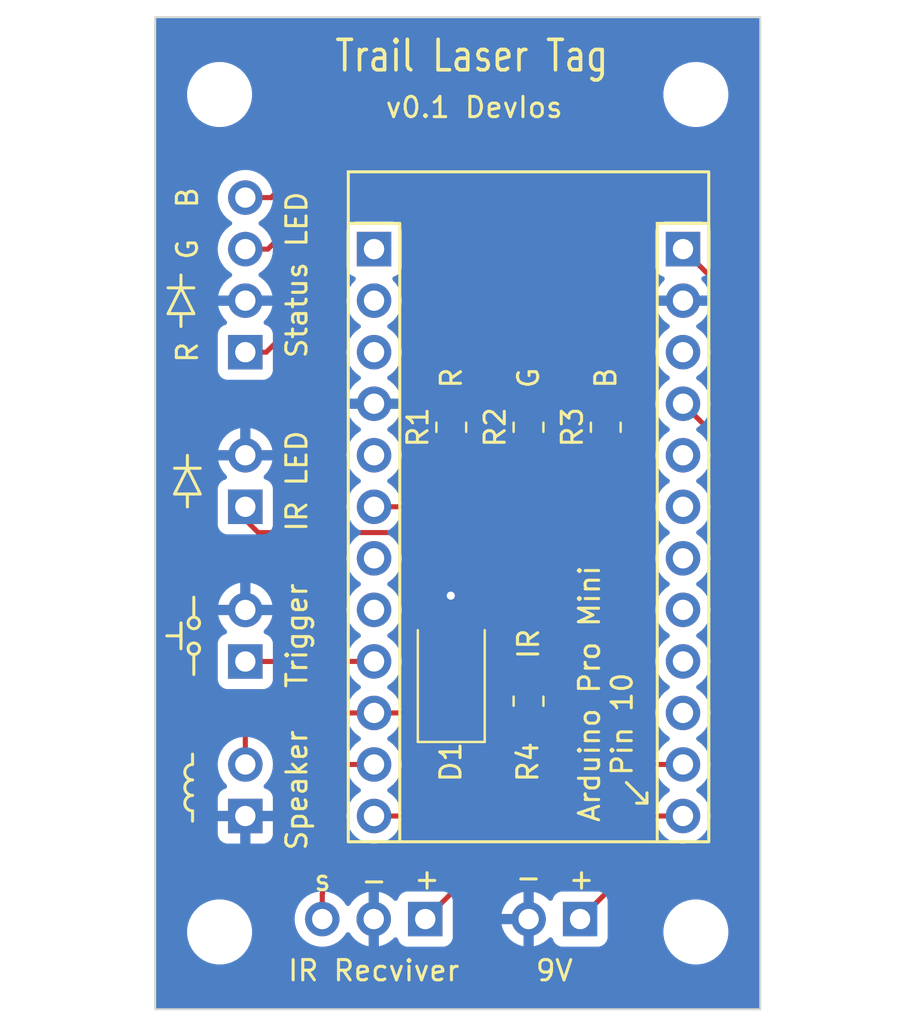
<source format=kicad_pcb>
(kicad_pcb (version 20240108) (generator "pcbnew") (generator_version "8.0")
  (layers (0 "F.Cu" signal) (31 "B.Cu" signal) (34 "B.Paste" user) (35 "F.Paste" user) (36 "B.SilkS" user "B.Silkscreen") (37 "F.SilkS" user "F.Silkscreen") (38 "B.Mask" user) (39 "F.Mask" user) (44 "Edge.Cuts" user))
  (net 0 "")
  (net 1 "GND")
  (net 2 "Net-(J3-3-PWM)")
  (net 3 "Net-(J7-Pin_1)")
  (net 4 "Net-(J2-10-PWM)")
  (net 5 "Net-(J7-Pin_3)")
  (net 6 "Net-(J2-11-PWM)")
  (net 7 "Net-(J7-Pin_4)")
  (net 8 "Net-(J6-Pin_1)")
  (net 9 "Net-(J3-9-PWM)")
  (net 10 "Net-(D1-K)")
  (net 14 "Net-(J1-Pin_1)")
  (net 19 "Net-(J2-VCC)")
  (net 20 "Net-(J3-8)")
  (net 24 "Net-(J3-6-PWM)")
  (footprint "Connector_PinHeader_2.54mm:PinHeader_1x02_P2.54mm_Vertical" (layer "F.Cu") (at 138.435 97.155 -90)
    (property "Reference" "J1" (hide yes))
    (property "Value" "9V" (at 2.54 1.27 0) (layer "F.SilkS"))
    (pad "1" thru_hole rect (at 0 0 270) (size 1.7 1.7) (drill 1) (layers "*.Cu" "*.Mask") (net 14 "Net-(J1-Pin_1)"))
    (pad "2" thru_hole oval (at 0 2.54 270) (size 1.7 1.7) (drill 1) (layers "*.Cu" "*.Mask") (net 1 "GND"))
  )
  (footprint "MountingHole:MountingHole_2.7mm_M2.5" (layer "F.Cu") (at 144.145 56.515)
    (property "Reference" "REF**" (hide yes))
    (property "Value" "MountingHole_2.7mm_M2.5")
    (pad "" np_thru_hole circle (at 0 0) (size 2.7 2.7) (drill 2.7) (layers "*.Cu" "*.Mask"))
  )
  (footprint "Diode_SMD:D_SMA" (layer "F.Cu") (at 132.08 84.915 90)
    (property "Reference" "D1" (at -4.5 -0.025 90) (layer "F.SilkS"))
    (property "Value" "SS14" (hide yes))
    (fp_line (start -3.51 -1.65) (end 2 -1.65) (stroke (width 0.12)) (layer "F.SilkS"))
    (fp_line (start -3.51 -1.65) (end -3.51 1.65) (stroke (width 0.12)) (layer "F.SilkS"))
    (fp_line (start -3.51 1.65) (end 2 1.65) (stroke (width 0.12)) (layer "F.SilkS"))
    (pad "1" smd roundrect (at -2 0 90) (size 2.5 1.8) (layers "F.Cu" "F.Paste" "F.Mask") (roundrect_rratio 0.1388888889) (net 10 "Net-(D1-K)"))
    (pad "2" smd roundrect (at 2 0 90) (size 2.5 1.8) (layers "F.Cu" "F.Paste" "F.Mask") (roundrect_rratio 0.1388888889) (net 1 "GND"))
  )
  (footprint "MountingHole:MountingHole_2.7mm_M2.5" (layer "F.Cu") (at 144.145 97.79)
    (property "Reference" "REF**" (hide yes))
    (property "Value" "MountingHole_2.7mm_M2.5")
    (pad "" np_thru_hole circle (at 0 0) (size 2.7 2.7) (drill 2.7) (layers "*.Cu" "*.Mask"))
  )
  (footprint "Connector_PinSocket_2.54mm:PinSocket_1x12_P2.54mm_Vertical" (layer "F.Cu") (at 128.27 64.135)
    (property "Reference" "J3" (hide yes))
    (property "Value" "Conn_01x12_Female" (hide yes))
    (pad "1" thru_hole rect (at 0 0) (size 1.7 1.7) (drill 1) (layers "*.Cu" "*.Mask"))
    (pad "2" thru_hole oval (at 0 2.54) (size 1.7 1.7) (drill 1) (layers "*.Cu" "*.Mask"))
    (pad "3" thru_hole oval (at 0 5.08) (size 1.7 1.7) (drill 1) (layers "*.Cu" "*.Mask"))
    (pad "4" thru_hole oval (at 0 7.62) (size 1.7 1.7) (drill 1) (layers "*.Cu" "*.Mask") (net 1 "GND"))
    (pad "5" thru_hole oval (at 0 10.16) (size 1.7 1.7) (drill 1) (layers "*.Cu" "*.Mask"))
    (pad "6" thru_hole oval (at 0 12.7) (size 1.7 1.7) (drill 1) (layers "*.Cu" "*.Mask") (net 2 "Net-(J3-3-PWM)"))
    (pad "7" thru_hole oval (at 0 15.24) (size 1.7 1.7) (drill 1) (layers "*.Cu" "*.Mask"))
    (pad "8" thru_hole oval (at 0 17.78) (size 1.7 1.7) (drill 1) (layers "*.Cu" "*.Mask"))
    (pad "9" thru_hole oval (at 0 20.32) (size 1.7 1.7) (drill 1) (layers "*.Cu" "*.Mask") (net 24 "Net-(J3-6-PWM)"))
    (pad "10" thru_hole oval (at 0 22.86) (size 1.7 1.7) (drill 1) (layers "*.Cu" "*.Mask") (net 10 "Net-(D1-K)"))
    (pad "11" thru_hole oval (at 0 25.4) (size 1.7 1.7) (drill 1) (layers "*.Cu" "*.Mask") (net 20 "Net-(J3-8)"))
    (pad "12" thru_hole oval (at 0 27.94) (size 1.7 1.7) (drill 1) (layers "*.Cu" "*.Mask") (net 9 "Net-(J3-9-PWM)"))
  )
  (footprint "Connector_PinHeader_2.54mm:PinHeader_1x02_P2.54mm_Vertical" (layer "F.Cu") (at 121.92 92.075 180)
    (property "Reference" "J9" (hide yes))
    (property "Value" "Speaker" (at -2.54 1.27 90) (layer "F.SilkS"))
    (pad "1" thru_hole rect (at 0 0 180) (size 1.7 1.7) (drill 1) (layers "*.Cu" "*.Mask") (net 1 "GND"))
    (pad "2" thru_hole oval (at 0 2.54 180) (size 1.7 1.7) (drill 1) (layers "*.Cu" "*.Mask") (net 10 "Net-(D1-K)"))
  )
  (footprint "Connector_PinHeader_2.54mm:PinHeader_1x04_P2.54mm_Vertical" (layer "F.Cu") (at 121.92 69.215 180)
    (property "Reference" "J7" (hide yes))
    (property "Value" "Status LED" (at -2.54 3.81 90) (layer "F.SilkS"))
    (pad "1" thru_hole rect (at 0 0 180) (size 1.7 1.7) (drill 1) (layers "*.Cu" "*.Mask") (net 3 "Net-(J7-Pin_1)"))
    (pad "2" thru_hole oval (at 0 2.54 180) (size 1.7 1.7) (drill 1) (layers "*.Cu" "*.Mask") (net 1 "GND"))
    (pad "3" thru_hole oval (at 0 5.08 180) (size 1.7 1.7) (drill 1) (layers "*.Cu" "*.Mask") (net 5 "Net-(J7-Pin_3)"))
    (pad "4" thru_hole oval (at 0 7.62 180) (size 1.7 1.7) (drill 1) (layers "*.Cu" "*.Mask") (net 7 "Net-(J7-Pin_4)"))
  )
  (footprint "Resistor_SMD:R_0805_2012Metric" (layer "F.Cu") (at 132.08 72.915 90)
    (property "Reference" "R1" (at 0 -1.65 90) (layer "F.SilkS"))
    (property "Value" "1k" (hide yes))
    (fp_line (start -0.227064 -0.735) (end 0.227064 -0.735) (stroke (width 0.12)) (layer "F.SilkS"))
    (fp_line (start -0.227064 0.735) (end 0.227064 0.735) (stroke (width 0.12)) (layer "F.SilkS"))
    (pad "1" smd roundrect (at -0.9125 0 90) (size 1.025 1.4) (layers "F.Cu" "F.Paste" "F.Mask") (roundrect_rratio 0.243902) (net 2 "Net-(J3-3-PWM)"))
    (pad "2" smd roundrect (at 0.9125 0 90) (size 1.025 1.4) (layers "F.Cu" "F.Paste" "F.Mask") (roundrect_rratio 0.243902) (net 3 "Net-(J7-Pin_1)"))
  )
  (footprint "Connector_PinHeader_2.54mm:PinHeader_1x03_P2.54mm_Vertical" (layer "F.Cu") (at 130.795 97.155 -90)
    (property "Reference" "J4" (hide yes))
    (property "Value" "IR Recviver" (at 2.54 2.54 0) (layer "F.SilkS"))
    (pad "1" thru_hole rect (at 0 0 270) (size 1.7 1.7) (drill 1) (layers "*.Cu" "*.Mask") (net 19 "Net-(J2-VCC)"))
    (pad "2" thru_hole oval (at 0 2.54 270) (size 1.7 1.7) (drill 1) (layers "*.Cu" "*.Mask") (net 1 "GND"))
    (pad "3" thru_hole oval (at 0 5.08 270) (size 1.7 1.7) (drill 1) (layers "*.Cu" "*.Mask") (net 20 "Net-(J3-8)"))
  )
  (footprint "Resistor_SMD:R_0805_2012Metric" (layer "F.Cu") (at 135.89 72.915 90)
    (property "Reference" "R2" (at 0 -1.65 90) (layer "F.SilkS"))
    (property "Value" "1k" (hide yes))
    (fp_line (start -0.227064 -0.735) (end 0.227064 -0.735) (stroke (width 0.12)) (layer "F.SilkS"))
    (fp_line (start -0.227064 0.735) (end 0.227064 0.735) (stroke (width 0.12)) (layer "F.SilkS"))
    (pad "1" smd roundrect (at -0.9125 0 90) (size 1.025 1.4) (layers "F.Cu" "F.Paste" "F.Mask") (roundrect_rratio 0.243902) (net 4 "Net-(J2-10-PWM)"))
    (pad "2" smd roundrect (at 0.9125 0 90) (size 1.025 1.4) (layers "F.Cu" "F.Paste" "F.Mask") (roundrect_rratio 0.243902) (net 5 "Net-(J7-Pin_3)"))
  )
  (footprint "MountingHole:MountingHole_2.7mm_M2.5" (layer "F.Cu") (at 120.65 56.515)
    (property "Reference" "REF**" (hide yes))
    (property "Value" "MountingHole_2.7mm_M2.5")
    (pad "" np_thru_hole circle (at 0 0) (size 2.7 2.7) (drill 2.7) (layers "*.Cu" "*.Mask"))
  )
  (footprint "Resistor_SMD:R_0805_2012Metric" (layer "F.Cu") (at 139.7 72.915 90)
    (property "Reference" "R3" (at 0 -1.65 90) (layer "F.SilkS"))
    (property "Value" "1k" (hide yes))
    (fp_line (start -0.227064 -0.735) (end 0.227064 -0.735) (stroke (width 0.12)) (layer "F.SilkS"))
    (fp_line (start -0.227064 0.735) (end 0.227064 0.735) (stroke (width 0.12)) (layer "F.SilkS"))
    (pad "1" smd roundrect (at -0.9125 0 90) (size 1.025 1.4) (layers "F.Cu" "F.Paste" "F.Mask") (roundrect_rratio 0.243902) (net 6 "Net-(J2-11-PWM)"))
    (pad "2" smd roundrect (at 0.9125 0 90) (size 1.025 1.4) (layers "F.Cu" "F.Paste" "F.Mask") (roundrect_rratio 0.243902) (net 7 "Net-(J7-Pin_4)"))
  )
  (footprint "MountingHole:MountingHole_2.7mm_M2.5" (layer "F.Cu") (at 120.65 97.79)
    (property "Reference" "REF**" (hide yes))
    (property "Value" "MountingHole_2.7mm_M2.5")
    (pad "" np_thru_hole circle (at 0 0) (size 2.7 2.7) (drill 2.7) (layers "*.Cu" "*.Mask"))
  )
  (footprint "Resistor_SMD:R_0805_2012Metric" (layer "F.Cu") (at 135.89 86.415 90)
    (property "Reference" "R4" (at -3 -0.035 90) (layer "F.SilkS"))
    (property "Value" "1k" (hide yes))
    (fp_line (start -0.227064 -0.735) (end 0.227064 -0.735) (stroke (width 0.12)) (layer "F.SilkS"))
    (fp_line (start -0.227064 0.735) (end 0.227064 0.735) (stroke (width 0.12)) (layer "F.SilkS"))
    (pad "1" smd roundrect (at -0.9125 0 90) (size 1.025 1.4) (layers "F.Cu" "F.Paste" "F.Mask") (roundrect_rratio 0.243902) (net 9 "Net-(J3-9-PWM)"))
    (pad "2" smd roundrect (at 0.9125 0 90) (size 1.025 1.4) (layers "F.Cu" "F.Paste" "F.Mask") (roundrect_rratio 0.243902) (net 8 "Net-(J6-Pin_1)"))
  )
  (footprint "Connector_PinHeader_2.54mm:PinHeader_1x02_P2.54mm_Vertical" (layer "F.Cu") (at 121.92 76.835 180)
    (property "Reference" "J6" (hide yes))
    (property "Value" "IR LED" (at -2.54 1.27 90) (layer "F.SilkS"))
    (pad "1" thru_hole rect (at 0 0 180) (size 1.7 1.7) (drill 1) (layers "*.Cu" "*.Mask") (net 8 "Net-(J6-Pin_1)"))
    (pad "2" thru_hole oval (at 0 2.54 180) (size 1.7 1.7) (drill 1) (layers "*.Cu" "*.Mask") (net 1 "GND"))
  )
  (footprint "Connector_PinSocket_2.54mm:PinSocket_1x12_P2.54mm_Vertical" (layer "F.Cu") (at 143.51 64.135)
    (property "Reference" "J2" (hide yes))
    (property "Value" "Conn_01x12_Female" (hide yes))
    (pad "1" thru_hole rect (at 0 0) (size 1.7 1.7) (drill 1) (layers "*.Cu" "*.Mask") (net 14 "Net-(J1-Pin_1)"))
    (pad "2" thru_hole oval (at 0 2.54) (size 1.7 1.7) (drill 1) (layers "*.Cu" "*.Mask") (net 1 "GND"))
    (pad "3" thru_hole oval (at 0 5.08) (size 1.7 1.7) (drill 1) (layers "*.Cu" "*.Mask"))
    (pad "4" thru_hole oval (at 0 7.62) (size 1.7 1.7) (drill 1) (layers "*.Cu" "*.Mask") (net 19 "Net-(J2-VCC)"))
    (pad "5" thru_hole oval (at 0 10.16) (size 1.7 1.7) (drill 1) (layers "*.Cu" "*.Mask"))
    (pad "6" thru_hole oval (at 0 12.7) (size 1.7 1.7) (drill 1) (layers "*.Cu" "*.Mask"))
    (pad "7" thru_hole oval (at 0 15.24) (size 1.7 1.7) (drill 1) (layers "*.Cu" "*.Mask"))
    (pad "8" thru_hole oval (at 0 17.78) (size 1.7 1.7) (drill 1) (layers "*.Cu" "*.Mask"))
    (pad "9" thru_hole oval (at 0 20.32) (size 1.7 1.7) (drill 1) (layers "*.Cu" "*.Mask"))
    (pad "10" thru_hole oval (at 0 22.86) (size 1.7 1.7) (drill 1) (layers "*.Cu" "*.Mask"))
    (pad "11" thru_hole oval (at 0 25.4) (size 1.7 1.7) (drill 1) (layers "*.Cu" "*.Mask") (net 6 "Net-(J2-11-PWM)"))
    (pad "12" thru_hole oval (at 0 27.94) (size 1.7 1.7) (drill 1) (layers "*.Cu" "*.Mask") (net 4 "Net-(J2-10-PWM)"))
  )
  (footprint "Connector_PinHeader_2.54mm:PinHeader_1x02_P2.54mm_Vertical" (layer "F.Cu") (at 121.92 84.46 180)
    (property "Reference" "J5" (hide yes))
    (property "Value" "Trigger" (at -2.54 1.275 -90) (layer "F.SilkS"))
    (pad "1" thru_hole rect (at 0 0 180) (size 1.7 1.7) (drill 1) (layers "*.Cu" "*.Mask") (net 24 "Net-(J3-6-PWM)"))
    (pad "2" thru_hole oval (at 0 2.54 180) (size 1.7 1.7) (drill 1) (layers "*.Cu" "*.Mask") (net 1 "GND"))
  )
  (gr_circle (center 119.38 83.829999) (end 119.253 83.575999) (stroke (width 0.15)) (fill none) (layer "F.SilkS"))
  (gr_line (start 119.38 67.315) (end 118.745 66.045) (stroke (width 0.15)) (layer "F.SilkS"))
  (gr_line (start 119.3165 89.027) (end 119.3165 89.535) (stroke (width 0.15)) (layer "F.SilkS"))
  (gr_rect (start 127 60.325) (end 144.78 93.345) (stroke (width 0.15)) (fill none) (layer "F.SilkS"))
  (gr_line (start 141.224 91.44) (end 141.732 91.44) (stroke (width 0.15)) (layer "F.SilkS"))
  (gr_line (start 118.745 66.045) (end 118.11 67.315) (stroke (width 0.15)) (layer "F.SilkS"))
  (gr_line (start 119.0625 74.935) (end 119.0625 74.3) (stroke (width 0.15)) (layer "F.SilkS"))
  (gr_line (start 118.0465 83.194999) (end 118.6815 83.194999) (stroke (width 0.15)) (layer "F.SilkS"))
  (gr_arc (start 119.3165 91.821) (mid 118.9355 91.44) (end 119.3165 91.059) (stroke (width 0.15)) (layer "F.SilkS"))
  (gr_line (start 119.38 85.099999) (end 119.38 84.113979) (stroke (width 0.15)) (layer "F.SilkS"))
  (gr_line (start 118.4275 74.935) (end 119.6975 74.935) (stroke (width 0.15)) (layer "F.SilkS"))
  (gr_line (start 118.11 66.045) (end 119.38 66.045) (stroke (width 0.15)) (layer "F.SilkS"))
  (gr_arc (start 119.3165 91.059) (mid 118.9355 90.678) (end 119.3165 90.297) (stroke (width 0.15)) (layer "F.SilkS"))
  (gr_line (start 119.38 82.276019) (end 119.38 81.289999) (stroke (width 0.15)) (layer "F.SilkS"))
  (gr_line (start 118.4275 76.205) (end 119.6975 76.205) (stroke (width 0.15)) (layer "F.SilkS"))
  (gr_rect (start 142.24 62.865) (end 144.78 93.345) (stroke (width 0.15)) (fill none) (layer "F.SilkS"))
  (gr_line (start 141.732 90.932) (end 141.732 91.44) (stroke (width 0.15)) (layer "F.SilkS"))
  (gr_line (start 118.745 67.315) (end 118.745 67.95) (stroke (width 0.15)) (layer "F.SilkS"))
  (gr_arc (start 119.3165 90.297) (mid 118.9355 89.916) (end 119.3165 89.535) (stroke (width 0.15)) (layer "F.SilkS"))
  (gr_circle (center 119.38 82.559999) (end 119.126 82.432999) (stroke (width 0.15)) (fill none) (layer "F.SilkS"))
  (gr_line (start 119.6975 76.205) (end 119.0625 74.935) (stroke (width 0.15)) (layer "F.SilkS"))
  (gr_line (start 118.745 82.559999) (end 118.745 83.512499) (stroke (width 0.15)) (layer "F.SilkS"))
  (gr_line (start 119.0625 74.935) (end 118.4275 76.205) (stroke (width 0.15)) (layer "F.SilkS"))
  (gr_line (start 118.745 83.829999) (end 118.745 82.559999) (stroke (width 0.15)) (layer "F.SilkS"))
  (gr_line (start 118.745 66.045) (end 118.745 65.41) (stroke (width 0.15)) (layer "F.SilkS"))
  (gr_rect (start 127 62.865) (end 129.54 93.345) (stroke (width 0.15)) (fill none) (layer "F.SilkS"))
  (gr_line (start 119.0625 76.205) (end 119.0625 76.84) (stroke (width 0.15)) (layer "F.SilkS"))
  (gr_line (start 119.3165 91.821) (end 119.3165 92.329) (stroke (width 0.15)) (layer "F.SilkS"))
  (gr_line (start 140.716 90.424) (end 141.732 91.44) (stroke (width 0.15)) (layer "F.SilkS"))
  (gr_line (start 118.11 67.315) (end 119.38 67.315) (stroke (width 0.15)) (layer "F.SilkS"))
  (gr_rect (start 117.475 52.705) (end 147.32 101.6) (stroke (width 0.1)) (fill none) (layer "Edge.Cuts"))
  (gr_text "R" (at 132.08 70.485 90) (layer "F.SilkS") (effects (font (size 1 1))))
  (gr_text "s" (at 125.73 95.25 0) (layer "F.SilkS") (effects (font (size 1 1))))
  (gr_text "B" (at 139.7 70.485 90) (layer "F.SilkS") (effects (font (size 1 1))))
  (gr_text "B" (at 119.0625 61.6 90) (layer "F.SilkS") (effects (font (size 1 1))))
  (gr_text "Arduino Pro Mini\n   Pin 10" (at 139.7 92.456 90) (layer "F.SilkS") (effects (font (size 1 1)) (justify left)))
  (gr_text "-" (at 135.89 95.25 180) (layer "F.SilkS") (effects (font (size 1 1))))
  (gr_text "-" (at 128.27 95.25 0) (layer "F.SilkS") (effects (font (size 1 1))))
  (gr_text "+" (at 138.43 95.25 90) (layer "F.SilkS") (effects (font (size 1 1))))
  (gr_text "+" (at 130.81 95.25 90) (layer "F.SilkS") (effects (font (size 1 1))))
  (gr_text "G" (at 135.89 70.485 90) (layer "F.SilkS") (effects (font (size 1 1))))
  (gr_text "Trail Laser Tag" (at 126.255 54.61 0) (layer "F.SilkS") (effects (font (size 1.5 1.18) (thickness 0.18)) (justify left)))
  (gr_text "IR" (at 135.89 83.59 90) (layer "F.SilkS") (effects (font (size 1 1))))
  (gr_text "G" (at 119.0625 64.14 90) (layer "F.SilkS") (effects (font (size 1 1))))
  (gr_text "v0.1 DevIos" (at 128.755 57.15 0) (layer "F.SilkS") (effects (font (size 1 1)) (justify left)))
  (gr_text "R" (at 119.0625 69.22 90) (layer "F.SilkS") (effects (font (size 1 1))))
  (segment (start 132.08 81.24) (end 132.055 81.215) (width 0.8) (layer "F.Cu") (net 1))
  (segment (start 132.08 82.915) (end 132.08 81.24) (width 0.8) (layer "F.Cu") (net 1))
  (via (at 132.055 81.215) (size 0.8) (drill 0.4) (layers "F.Cu" "B.Cu") (net 1))
  (segment (start 131.445 76.835) (end 132.08 76.2) (width 0.25) (layer "F.Cu") (net 2))
  (segment (start 132.08 76.2) (end 132.08 73.8275) (width 0.25) (layer "F.Cu") (net 2))
  (segment (start 128.27 76.835) (end 131.445 76.835) (width 0.25) (layer "F.Cu") (net 2))
  (segment (start 125.355 63.875) (end 127 62.23) (width 0.25) (layer "F.Cu") (net 3))
  (segment (start 122.955 69.215) (end 125.355 66.815) (width 0.25) (layer "F.Cu") (net 3))
  (segment (start 132.08 62.865) (end 132.08 72.0025) (width 0.25) (layer "F.Cu") (net 3))
  (segment (start 127 62.23) (end 131.445 62.23) (width 0.25) (layer "F.Cu") (net 3))
  (segment (start 121.92 69.215) (end 122.955 69.215) (width 0.25) (layer "F.Cu") (net 3))
  (segment (start 125.355 66.815) (end 125.355 63.875) (width 0.25) (layer "F.Cu") (net 3))
  (segment (start 131.445 62.23) (end 132.08 62.865) (width 0.25) (layer "F.Cu") (net 3))
  (segment (start 139.255 79.115) (end 135.89 75.75) (width 0.25) (layer "F.Cu") (net 4))
  (segment (start 140.97 92.075) (end 139.255 90.36) (width 0.25) (layer "F.Cu") (net 4))
  (segment (start 139.255 90.36) (end 139.255 79.115) (width 0.25) (layer "F.Cu") (net 4))
  (segment (start 135.89 75.75) (end 135.89 73.8275) (width 0.25) (layer "F.Cu") (net 4))
  (segment (start 143.51 92.075) (end 140.97 92.075) (width 0.25) (layer "F.Cu") (net 4))
  (segment (start 123.035 64.135) (end 126.155 61.015) (width 0.25) (layer "F.Cu") (net 5))
  (segment (start 134.675 61.015) (end 135.89 62.23) (width 0.25) (layer "F.Cu") (net 5))
  (segment (start 121.92 64.135) (end 123.035 64.135) (width 0.25) (layer "F.Cu") (net 5))
  (segment (start 135.89 62.23) (end 135.89 72.0025) (width 0.25) (layer "F.Cu") (net 5))
  (segment (start 126.155 61.015) (end 134.675 61.015) (width 0.25) (layer "F.Cu") (net 5))
  (segment (start 139.7 76.835) (end 139.7 73.8275) (width 0.25) (layer "F.Cu") (net 6))
  (segment (start 141.605 89.535) (end 140.97 88.9) (width 0.25) (layer "F.Cu") (net 6))
  (segment (start 140.97 88.9) (end 140.97 78.105) (width 0.25) (layer "F.Cu") (net 6))
  (segment (start 143.51 89.535) (end 141.605 89.535) (width 0.25) (layer "F.Cu") (net 6))
  (segment (start 140.97 78.105) (end 139.7 76.835) (width 0.25) (layer "F.Cu") (net 6))
  (segment (start 123.19 61.595) (end 125.07 59.715) (width 0.25) (layer "F.Cu") (net 7))
  (segment (start 125.07 59.715) (end 137.82 59.715) (width 0.25) (layer "F.Cu") (net 7))
  (segment (start 137.82 59.715) (end 139.7 61.595) (width 0.25) (layer "F.Cu") (net 7))
  (segment (start 121.92 61.595) (end 123.19 61.595) (width 0.25) (layer "F.Cu") (net 7))
  (segment (start 139.7 61.595) (end 139.7 72.0025) (width 0.25) (layer "F.Cu") (net 7))
  (segment (start 135.89 80.25) (end 133.745 78.105) (width 0.25) (layer "F.Cu") (net 8))
  (segment (start 122.555 78.105) (end 121.92 77.47) (width 0.25) (layer "F.Cu") (net 8))
  (segment (start 121.92 77.47) (end 121.92 76.835) (width 0.25) (layer "F.Cu") (net 8))
  (segment (start 135.89 85.5025) (end 135.89 80.25) (width 0.25) (layer "F.Cu") (net 8))
  (segment (start 133.745 78.105) (end 122.555 78.105) (width 0.25) (layer "F.Cu") (net 8))
  (segment (start 133.895 92.075) (end 135.89 90.08) (width 0.25) (layer "F.Cu") (net 9))
  (segment (start 135.89 90.08) (end 135.89 87.3275) (width 0.25) (layer "F.Cu") (net 9))
  (segment (start 128.27 92.075) (end 133.895 92.075) (width 0.25) (layer "F.Cu") (net 9))
  (segment (start 122.555 86.995) (end 128.27 86.995) (width 0.25) (layer "F.Cu") (net 10))
  (segment (start 132 86.995) (end 132.08 86.915) (width 0.25) (layer "F.Cu") (net 10))
  (segment (start 121.92 89.535) (end 121.92 87.63) (width 0.25) (layer "F.Cu") (net 10))
  (segment (start 128.27 86.995) (end 132 86.995) (width 0.25) (layer "F.Cu") (net 10))
  (segment (start 121.92 87.63) (end 122.555 86.995) (width 0.25) (layer "F.Cu") (net 10))
  (segment (start 140.97 94.615) (end 145.415 94.615) (width 0.25) (layer "F.Cu") (net 14))
  (segment (start 146.355 93.675) (end 146.355 66.98) (width 0.25) (layer "F.Cu") (net 14))
  (segment (start 145.415 94.615) (end 146.355 93.675) (width 0.25) (layer "F.Cu") (net 14))
  (segment (start 138.435 97.15) (end 140.97 94.615) (width 0.25) (layer "F.Cu") (net 14))
  (segment (start 146.355 66.98) (end 143.51 64.135) (width 0.25) (layer "F.Cu") (net 14))
  (segment (start 138.435 97.155) (end 138.435 97.15) (width 0.25) (layer "F.Cu") (net 14))
  (segment (start 130.81 97.155) (end 130.795 97.155) (width 0.25) (layer "F.Cu") (net 19))
  (segment (start 145.415 93.345) (end 144.78 93.98) (width 0.25) (layer "F.Cu") (net 19))
  (segment (start 143.51 71.755) (end 145.415 73.66) (width 0.25) (layer "F.Cu") (net 19))
  (segment (start 144.78 93.98) (end 133.985 93.98) (width 0.25) (layer "F.Cu") (net 19))
  (segment (start 145.415 73.66) (end 145.415 93.345) (width 0.25) (layer "F.Cu") (net 19))
  (segment (start 133.985 93.98) (end 130.81 97.155) (width 0.25) (layer "F.Cu") (net 19))
  (segment (start 125.73 95.885) (end 125.715 95.9) (width 0.25) (layer "F.Cu") (net 20))
  (segment (start 125.73 90.17) (end 126.365 89.535) (width 0.25) (layer "F.Cu") (net 20))
  (segment (start 125.73 95.885) (end 125.73 90.17) (width 0.25) (layer "F.Cu") (net 20))
  (segment (start 125.715 95.9) (end 125.715 97.155) (width 0.25) (layer "F.Cu") (net 20))
  (segment (start 128.27 89.535) (end 126.365 89.535) (width 0.25) (layer "F.Cu") (net 20))
  (segment (start 121.92 84.46) (end 126.995 84.46) (width 0.25) (layer "F.Cu") (net 24))
  (segment (start 127 84.455) (end 128.27 84.455) (width 0.25) (layer "F.Cu") (net 24))
  (segment (start 126.995 84.46) (end 127 84.455) (width 0.25) (layer "F.Cu") (net 24))
  (zone (net 1) (net_name "GND") (layer "B.Cu") (connect_pads (clearance 0.508)) (min_thickness 0.254) (fill yes (thermal_gap 0.508) (thermal_bridge_width 0.508))
    (polygon (pts (xy 147.32 101.6) (xy 117.475 101.6) (xy 117.475 52.705) (xy 147.32 52.705)))
  )
)
</source>
